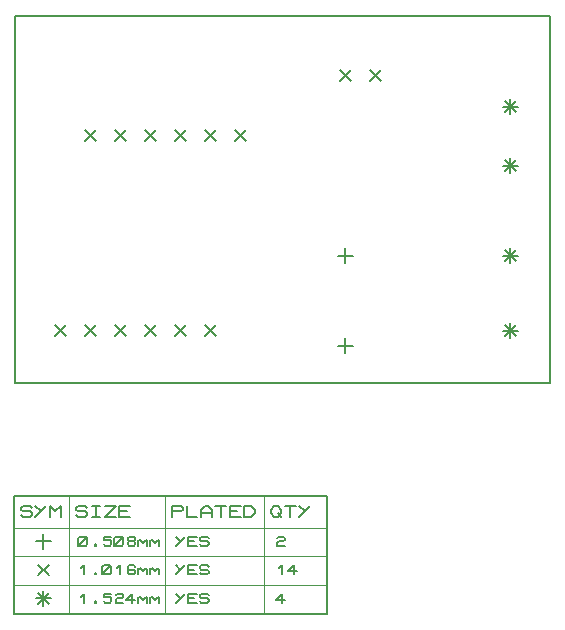
<source format=gbr>
G04 PROTEUS RS274X GERBER FILE*
%FSLAX45Y45*%
%MOMM*%
G01*
%ADD14C,0.203200*%
%ADD50C,0.127000*%
%ADD51C,0.063500*%
D14*
X+1778000Y+6159500D02*
X+1778000Y+6032500D01*
X+1714500Y+6096000D02*
X+1841500Y+6096000D01*
X+1778000Y+5397500D02*
X+1778000Y+5270500D01*
X+1714500Y+5334000D02*
X+1841500Y+5334000D01*
X-171901Y+5505901D02*
X-82099Y+5416099D01*
X-171901Y+5416099D02*
X-82099Y+5505901D01*
X+82099Y+5505901D02*
X+171901Y+5416099D01*
X+82099Y+5416099D02*
X+171901Y+5505901D01*
X+336099Y+5505901D02*
X+425901Y+5416099D01*
X+336099Y+5416099D02*
X+425901Y+5505901D01*
X+590099Y+7156901D02*
X+679901Y+7067099D01*
X+590099Y+7067099D02*
X+679901Y+7156901D01*
X-425901Y+5505901D02*
X-336099Y+5416099D01*
X-425901Y+5416099D02*
X-336099Y+5505901D01*
X+3175000Y+6921500D02*
X+3175000Y+6794500D01*
X+3111500Y+6858000D02*
X+3238500Y+6858000D01*
X+3130099Y+6902901D02*
X+3219901Y+6813099D01*
X+3130099Y+6813099D02*
X+3219901Y+6902901D01*
X+3175000Y+7421500D02*
X+3175000Y+7294500D01*
X+3111500Y+7358000D02*
X+3238500Y+7358000D01*
X+3130099Y+7402901D02*
X+3219901Y+7313099D01*
X+3130099Y+7313099D02*
X+3219901Y+7402901D01*
X+3175000Y+6159500D02*
X+3175000Y+6032500D01*
X+3111500Y+6096000D02*
X+3238500Y+6096000D01*
X+3130099Y+6140901D02*
X+3219901Y+6051099D01*
X+3130099Y+6051099D02*
X+3219901Y+6140901D01*
X+3175000Y+5524500D02*
X+3175000Y+5397500D01*
X+3111500Y+5461000D02*
X+3238500Y+5461000D01*
X+3130099Y+5505901D02*
X+3219901Y+5416099D01*
X+3130099Y+5416099D02*
X+3219901Y+5505901D01*
X+1987099Y+7664901D02*
X+2076901Y+7575099D01*
X+1987099Y+7575099D02*
X+2076901Y+7664901D01*
X+1733099Y+7664901D02*
X+1822901Y+7575099D01*
X+1733099Y+7575099D02*
X+1822901Y+7664901D01*
X-171901Y+7156901D02*
X-82099Y+7067099D01*
X-171901Y+7067099D02*
X-82099Y+7156901D01*
X+82099Y+7156901D02*
X+171901Y+7067099D01*
X+82099Y+7067099D02*
X+171901Y+7156901D01*
X+336099Y+7156901D02*
X+425901Y+7067099D01*
X+336099Y+7067099D02*
X+425901Y+7156901D01*
X-425901Y+7156901D02*
X-336099Y+7067099D01*
X-425901Y+7067099D02*
X-336099Y+7156901D01*
X-679901Y+5505901D02*
X-590099Y+5416099D01*
X-679901Y+5416099D02*
X-590099Y+5505901D01*
X+844099Y+7156901D02*
X+933901Y+7067099D01*
X+844099Y+7067099D02*
X+933901Y+7156901D01*
X+590099Y+5505901D02*
X+679901Y+5416099D01*
X+590099Y+5416099D02*
X+679901Y+5505901D01*
X-1016000Y+5019040D02*
X+3512000Y+5019040D01*
X+3512000Y+8128000D01*
X-1016000Y+8128000D01*
X-1016000Y+5019040D01*
D50*
X-1026160Y+3060700D02*
X+1617980Y+3060700D01*
X+1617980Y+4064000D01*
X-1026160Y+4064000D01*
X-1026160Y+3060700D01*
D51*
X-558798Y+4064000D02*
X-558798Y+3060700D01*
X+254002Y+4064000D02*
X+254002Y+3060700D01*
X+1087122Y+4064000D02*
X+1087122Y+3060700D01*
X-1026160Y+3790950D02*
X+1617980Y+3790950D01*
X-1026160Y+3549650D02*
X+1617980Y+3549650D01*
X-1026160Y+3308350D02*
X+1617980Y+3308350D01*
D50*
X-969010Y+3900170D02*
X-953770Y+3884930D01*
X-892810Y+3884930D01*
X-877570Y+3900170D01*
X-877570Y+3915410D01*
X-892810Y+3930650D01*
X-953770Y+3930650D01*
X-969010Y+3945890D01*
X-969010Y+3961130D01*
X-953770Y+3976370D01*
X-892810Y+3976370D01*
X-877570Y+3961130D01*
X-755650Y+3976370D02*
X-847090Y+3884930D01*
X-847090Y+3976370D02*
X-801370Y+3930650D01*
X-725170Y+3884930D02*
X-725170Y+3976370D01*
X-679450Y+3930650D01*
X-633730Y+3976370D01*
X-633730Y+3884930D01*
X-501650Y+3900170D02*
X-486410Y+3884930D01*
X-425450Y+3884930D01*
X-410210Y+3900170D01*
X-410210Y+3915410D01*
X-425450Y+3930650D01*
X-486410Y+3930650D01*
X-501650Y+3945890D01*
X-501650Y+3961130D01*
X-486410Y+3976370D01*
X-425450Y+3976370D01*
X-410210Y+3961130D01*
X-364490Y+3976370D02*
X-303530Y+3976370D01*
X-334010Y+3976370D02*
X-334010Y+3884930D01*
X-364490Y+3884930D02*
X-303530Y+3884930D01*
X-257810Y+3976370D02*
X-166370Y+3976370D01*
X-257810Y+3884930D01*
X-166370Y+3884930D01*
X-44450Y+3884930D02*
X-135890Y+3884930D01*
X-135890Y+3976370D01*
X-44450Y+3976370D01*
X-135890Y+3930650D02*
X-74930Y+3930650D01*
X+311150Y+3884930D02*
X+311150Y+3976370D01*
X+387350Y+3976370D01*
X+402590Y+3961130D01*
X+402590Y+3945890D01*
X+387350Y+3930650D01*
X+311150Y+3930650D01*
X+433070Y+3976370D02*
X+433070Y+3884930D01*
X+524510Y+3884930D01*
X+554990Y+3884930D02*
X+554990Y+3945890D01*
X+585470Y+3976370D01*
X+615950Y+3976370D01*
X+646430Y+3945890D01*
X+646430Y+3884930D01*
X+554990Y+3915410D02*
X+646430Y+3915410D01*
X+676910Y+3976370D02*
X+768350Y+3976370D01*
X+722630Y+3976370D02*
X+722630Y+3884930D01*
X+890270Y+3884930D02*
X+798830Y+3884930D01*
X+798830Y+3976370D01*
X+890270Y+3976370D01*
X+798830Y+3930650D02*
X+859790Y+3930650D01*
X+920750Y+3884930D02*
X+920750Y+3976370D01*
X+981710Y+3976370D01*
X+1012190Y+3945890D01*
X+1012190Y+3915410D01*
X+981710Y+3884930D01*
X+920750Y+3884930D01*
X+1144270Y+3945890D02*
X+1174750Y+3976370D01*
X+1205230Y+3976370D01*
X+1235710Y+3945890D01*
X+1235710Y+3915410D01*
X+1205230Y+3884930D01*
X+1174750Y+3884930D01*
X+1144270Y+3915410D01*
X+1144270Y+3945890D01*
X+1205230Y+3915410D02*
X+1235710Y+3884930D01*
X+1266190Y+3976370D02*
X+1357630Y+3976370D01*
X+1311910Y+3976370D02*
X+1311910Y+3884930D01*
X+1479550Y+3976370D02*
X+1388110Y+3884930D01*
X+1388110Y+3976370D02*
X+1433830Y+3930650D01*
D14*
X-779780Y+3740150D02*
X-779780Y+3613150D01*
X-843280Y+3676650D02*
X-716280Y+3676650D01*
D50*
X-482600Y+3651250D02*
X-482600Y+3702050D01*
X-469900Y+3714750D01*
X-419100Y+3714750D01*
X-406400Y+3702050D01*
X-406400Y+3651250D01*
X-419100Y+3638550D01*
X-469900Y+3638550D01*
X-482600Y+3651250D01*
X-482600Y+3638550D02*
X-406400Y+3714750D01*
X-342900Y+3651250D02*
X-330200Y+3651250D01*
X-330200Y+3638550D01*
X-342900Y+3638550D01*
X-342900Y+3651250D01*
X-203200Y+3714750D02*
X-266700Y+3714750D01*
X-266700Y+3689350D01*
X-215900Y+3689350D01*
X-203200Y+3676650D01*
X-203200Y+3651250D01*
X-215900Y+3638550D01*
X-254000Y+3638550D01*
X-266700Y+3651250D01*
X-177800Y+3651250D02*
X-177800Y+3702050D01*
X-165100Y+3714750D01*
X-114300Y+3714750D01*
X-101600Y+3702050D01*
X-101600Y+3651250D01*
X-114300Y+3638550D01*
X-165100Y+3638550D01*
X-177800Y+3651250D01*
X-177800Y+3638550D02*
X-101600Y+3714750D01*
X-50800Y+3676650D02*
X-63500Y+3689350D01*
X-63500Y+3702050D01*
X-50800Y+3714750D01*
X-12700Y+3714750D01*
X+0Y+3702050D01*
X+0Y+3689350D01*
X-12700Y+3676650D01*
X-50800Y+3676650D01*
X-63500Y+3663950D01*
X-63500Y+3651250D01*
X-50800Y+3638550D01*
X-12700Y+3638550D01*
X+0Y+3651250D01*
X+0Y+3663950D01*
X-12700Y+3676650D01*
X+25400Y+3638550D02*
X+25400Y+3689350D01*
X+25400Y+3676650D02*
X+38100Y+3689350D01*
X+63500Y+3663950D01*
X+88900Y+3689350D01*
X+101600Y+3676650D01*
X+101600Y+3638550D01*
X+127000Y+3638550D02*
X+127000Y+3689350D01*
X+127000Y+3676650D02*
X+139700Y+3689350D01*
X+165100Y+3663950D01*
X+190500Y+3689350D01*
X+203200Y+3676650D01*
X+203200Y+3638550D01*
X+419100Y+3714750D02*
X+342900Y+3638550D01*
X+342900Y+3714750D02*
X+381000Y+3676650D01*
X+520700Y+3638550D02*
X+444500Y+3638550D01*
X+444500Y+3714750D01*
X+520700Y+3714750D01*
X+444500Y+3676650D02*
X+495300Y+3676650D01*
X+546100Y+3651250D02*
X+558800Y+3638550D01*
X+609600Y+3638550D01*
X+622300Y+3651250D01*
X+622300Y+3663950D01*
X+609600Y+3676650D01*
X+558800Y+3676650D01*
X+546100Y+3689350D01*
X+546100Y+3702050D01*
X+558800Y+3714750D01*
X+609600Y+3714750D01*
X+622300Y+3702050D01*
X+1201420Y+3702050D02*
X+1214120Y+3714750D01*
X+1252220Y+3714750D01*
X+1264920Y+3702050D01*
X+1264920Y+3689350D01*
X+1252220Y+3676650D01*
X+1214120Y+3676650D01*
X+1201420Y+3663950D01*
X+1201420Y+3638550D01*
X+1264920Y+3638550D01*
D14*
X-824681Y+3480251D02*
X-734879Y+3390449D01*
X-824681Y+3390449D02*
X-734879Y+3480251D01*
D50*
X-457200Y+3448050D02*
X-431800Y+3473450D01*
X-431800Y+3397250D01*
X-342900Y+3409950D02*
X-330200Y+3409950D01*
X-330200Y+3397250D01*
X-342900Y+3397250D01*
X-342900Y+3409950D01*
X-279400Y+3409950D02*
X-279400Y+3460750D01*
X-266700Y+3473450D01*
X-215900Y+3473450D01*
X-203200Y+3460750D01*
X-203200Y+3409950D01*
X-215900Y+3397250D01*
X-266700Y+3397250D01*
X-279400Y+3409950D01*
X-279400Y+3397250D02*
X-203200Y+3473450D01*
X-152400Y+3448050D02*
X-127000Y+3473450D01*
X-127000Y+3397250D01*
X+0Y+3460750D02*
X-12700Y+3473450D01*
X-50800Y+3473450D01*
X-63500Y+3460750D01*
X-63500Y+3409950D01*
X-50800Y+3397250D01*
X-12700Y+3397250D01*
X+0Y+3409950D01*
X+0Y+3422650D01*
X-12700Y+3435350D01*
X-63500Y+3435350D01*
X+25400Y+3397250D02*
X+25400Y+3448050D01*
X+25400Y+3435350D02*
X+38100Y+3448050D01*
X+63500Y+3422650D01*
X+88900Y+3448050D01*
X+101600Y+3435350D01*
X+101600Y+3397250D01*
X+127000Y+3397250D02*
X+127000Y+3448050D01*
X+127000Y+3435350D02*
X+139700Y+3448050D01*
X+165100Y+3422650D01*
X+190500Y+3448050D01*
X+203200Y+3435350D01*
X+203200Y+3397250D01*
X+419100Y+3473450D02*
X+342900Y+3397250D01*
X+342900Y+3473450D02*
X+381000Y+3435350D01*
X+520700Y+3397250D02*
X+444500Y+3397250D01*
X+444500Y+3473450D01*
X+520700Y+3473450D01*
X+444500Y+3435350D02*
X+495300Y+3435350D01*
X+546100Y+3409950D02*
X+558800Y+3397250D01*
X+609600Y+3397250D01*
X+622300Y+3409950D01*
X+622300Y+3422650D01*
X+609600Y+3435350D01*
X+558800Y+3435350D01*
X+546100Y+3448050D01*
X+546100Y+3460750D01*
X+558800Y+3473450D01*
X+609600Y+3473450D01*
X+622300Y+3460750D01*
X+1214120Y+3448050D02*
X+1239520Y+3473450D01*
X+1239520Y+3397250D01*
X+1366520Y+3422650D02*
X+1290320Y+3422650D01*
X+1341120Y+3473450D01*
X+1341120Y+3397250D01*
D14*
X-779780Y+3257550D02*
X-779780Y+3130550D01*
X-843280Y+3194050D02*
X-716280Y+3194050D01*
X-824681Y+3238951D02*
X-734879Y+3149149D01*
X-824681Y+3149149D02*
X-734879Y+3238951D01*
D50*
X-457200Y+3206750D02*
X-431800Y+3232150D01*
X-431800Y+3155950D01*
X-342900Y+3168650D02*
X-330200Y+3168650D01*
X-330200Y+3155950D01*
X-342900Y+3155950D01*
X-342900Y+3168650D01*
X-203200Y+3232150D02*
X-266700Y+3232150D01*
X-266700Y+3206750D01*
X-215900Y+3206750D01*
X-203200Y+3194050D01*
X-203200Y+3168650D01*
X-215900Y+3155950D01*
X-254000Y+3155950D01*
X-266700Y+3168650D01*
X-165100Y+3219450D02*
X-152400Y+3232150D01*
X-114300Y+3232150D01*
X-101600Y+3219450D01*
X-101600Y+3206750D01*
X-114300Y+3194050D01*
X-152400Y+3194050D01*
X-165100Y+3181350D01*
X-165100Y+3155950D01*
X-101600Y+3155950D01*
X+0Y+3181350D02*
X-76200Y+3181350D01*
X-25400Y+3232150D01*
X-25400Y+3155950D01*
X+25400Y+3155950D02*
X+25400Y+3206750D01*
X+25400Y+3194050D02*
X+38100Y+3206750D01*
X+63500Y+3181350D01*
X+88900Y+3206750D01*
X+101600Y+3194050D01*
X+101600Y+3155950D01*
X+127000Y+3155950D02*
X+127000Y+3206750D01*
X+127000Y+3194050D02*
X+139700Y+3206750D01*
X+165100Y+3181350D01*
X+190500Y+3206750D01*
X+203200Y+3194050D01*
X+203200Y+3155950D01*
X+419100Y+3232150D02*
X+342900Y+3155950D01*
X+342900Y+3232150D02*
X+381000Y+3194050D01*
X+520700Y+3155950D02*
X+444500Y+3155950D01*
X+444500Y+3232150D01*
X+520700Y+3232150D01*
X+444500Y+3194050D02*
X+495300Y+3194050D01*
X+546100Y+3168650D02*
X+558800Y+3155950D01*
X+609600Y+3155950D01*
X+622300Y+3168650D01*
X+622300Y+3181350D01*
X+609600Y+3194050D01*
X+558800Y+3194050D01*
X+546100Y+3206750D01*
X+546100Y+3219450D01*
X+558800Y+3232150D01*
X+609600Y+3232150D01*
X+622300Y+3219450D01*
X+1264920Y+3181350D02*
X+1188720Y+3181350D01*
X+1239520Y+3232150D01*
X+1239520Y+3155950D01*
M02*

</source>
